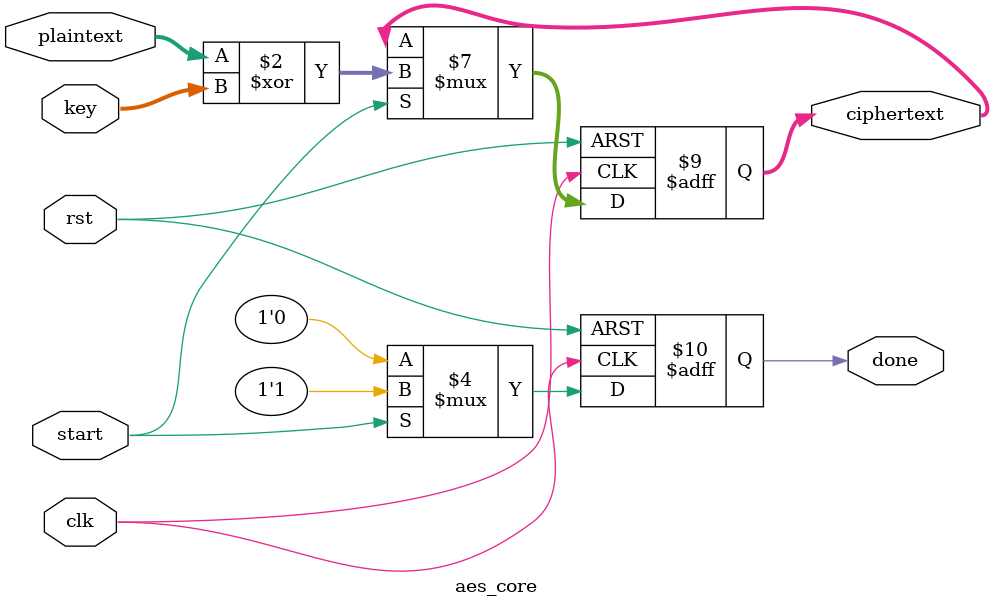
<source format=v>
module aes_core (
    input clk,
    input rst,
    input start,
    input [127:0] plaintext,
    input [127:0] key,
    output reg [127:0] ciphertext,
    output reg done
);

    always @(posedge clk or posedge rst) begin
        if (rst) begin
            ciphertext <= 128'b0;
            done <= 0;
        end else if (start) begin
            // Simple pseudo encryption (for simulation demo)
            ciphertext <= plaintext ^ key;
            done <= 1;
        end else begin
            done <= 0;
        end
    end
endmodule

</source>
